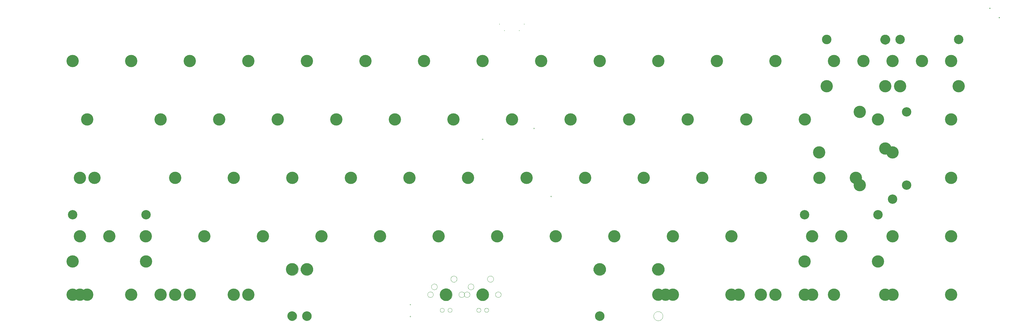
<source format=gbr>
%FSTAX23Y23*%
%MOIN*%
%SFA1B1*%

%IPPOS*%
%ADD143C,0.000500*%
%ADD146C,0.003937*%
%ADD148C,0.062008*%
%ADD149C,0.157480*%
%ADD150C,0.010000*%
%ADD151C,0.120078*%
%ADD152C,0.005905*%
%ADD153C,0.014000*%
%ADD154C,0.007870*%
%ADD155C,0.122047*%
%LNquadcube_65_pcb_mechanical_1-1*%
%LPD*%
G54D143*
X11684Y05911D02*
D01*
X11684Y05917*
X11684Y05922*
X11683Y05928*
X11681Y05933*
X1168Y05938*
X11677Y05943*
X11675Y05948*
X11672Y05953*
X11669Y05958*
X11666Y05962*
X11662Y05966*
X11658Y0597*
X11654Y05974*
X1165Y05977*
X11645Y0598*
X1164Y05982*
X11635Y05984*
X1163Y05986*
X11625Y05988*
X11619Y05989*
X11614Y0599*
X11608Y0599*
X11603*
X11597Y0599*
X11592Y05989*
X11586Y05988*
X11581Y05986*
X11576Y05984*
X11571Y05982*
X11566Y0598*
X11561Y05977*
X11557Y05974*
X11553Y0597*
X11549Y05966*
X11545Y05962*
X11542Y05958*
X11539Y05953*
X11536Y05948*
X11534Y05943*
X11532Y05938*
X1153Y05933*
X11528Y05928*
X11528Y05922*
X11527Y05917*
X11527Y05911*
X11527Y05906*
X11528Y059*
X11528Y05895*
X1153Y0589*
X11532Y05885*
X11534Y05879*
X11536Y05874*
X11539Y0587*
X11542Y05865*
X11545Y05861*
X11549Y05857*
X11553Y05853*
X11557Y05849*
X11561Y05846*
X11566Y05843*
X11571Y05841*
X11576Y05838*
X11581Y05837*
X11586Y05835*
X11592Y05834*
X11597Y05833*
X11603Y05833*
X11608*
X11614Y05833*
X11619Y05834*
X11625Y05835*
X1163Y05837*
X11635Y05838*
X1164Y05841*
X11645Y05843*
X1165Y05846*
X11654Y05849*
X11658Y05853*
X11662Y05857*
X11666Y05861*
X11669Y05865*
X11672Y0587*
X11675Y05874*
X11677Y05879*
X1168Y05885*
X11681Y0589*
X11683Y05895*
X11684Y059*
X11684Y05906*
X11684Y05911*
X11665Y05311D02*
D01*
X11664Y05316*
X11664Y0532*
X11663Y05324*
X11662Y05328*
X11661Y05332*
X11659Y05335*
X11658Y05339*
X11656Y05343*
X11653Y05346*
X11651Y05349*
X11648Y05352*
X11645Y05355*
X11642Y05358*
X11639Y0536*
X11635Y05363*
X11631Y05365*
X11628Y05366*
X11624Y05368*
X1162Y05369*
X11616Y0537*
X11612Y0537*
X11608Y0537*
X11603*
X11599Y0537*
X11595Y0537*
X11591Y05369*
X11587Y05368*
X11583Y05366*
X1158Y05365*
X11576Y05363*
X11573Y0536*
X11569Y05358*
X11566Y05355*
X11563Y05352*
X1156Y05349*
X11558Y05346*
X11555Y05343*
X11553Y05339*
X11552Y05335*
X1155Y05332*
X11549Y05328*
X11548Y05324*
X11547Y0532*
X11547Y05316*
X11546Y05311*
X11547Y05307*
X11547Y05303*
X11548Y05299*
X11549Y05295*
X1155Y05291*
X11552Y05287*
X11553Y05284*
X11555Y0528*
X11558Y05277*
X1156Y05273*
X11563Y0527*
X11566Y05268*
X11569Y05265*
X11573Y05262*
X11576Y0526*
X1158Y05258*
X11583Y05257*
X11587Y05255*
X11591Y05254*
X11595Y05253*
X11599Y05253*
X11603Y05252*
X11608*
X11612Y05253*
X11616Y05253*
X1162Y05254*
X11624Y05255*
X11628Y05257*
X11631Y05258*
X11635Y0526*
X11639Y05262*
X11642Y05265*
X11645Y05268*
X11648Y0527*
X11651Y05273*
X11653Y05277*
X11656Y0528*
X11658Y05284*
X11659Y05287*
X11661Y05291*
X11662Y05295*
X11663Y05299*
X11664Y05303*
X11664Y05307*
X11665Y05311*
X12434Y05911D02*
D01*
X12434Y05917*
X12434Y05922*
X12433Y05928*
X12431Y05933*
X1243Y05938*
X12427Y05943*
X12425Y05948*
X12422Y05953*
X12419Y05958*
X12416Y05962*
X12412Y05966*
X12408Y0597*
X12404Y05974*
X124Y05977*
X12395Y0598*
X1239Y05982*
X12385Y05984*
X1238Y05986*
X12375Y05988*
X12369Y05989*
X12364Y0599*
X12358Y0599*
X12353*
X12347Y0599*
X12342Y05989*
X12336Y05988*
X12331Y05986*
X12326Y05984*
X12321Y05982*
X12316Y0598*
X12311Y05977*
X12307Y05974*
X12303Y0597*
X12299Y05966*
X12295Y05962*
X12292Y05958*
X12289Y05953*
X12286Y05948*
X12284Y05943*
X12282Y05938*
X1228Y05933*
X12278Y05928*
X12278Y05922*
X12277Y05917*
X12277Y05911*
X12277Y05906*
X12278Y059*
X12278Y05895*
X1228Y0589*
X12282Y05885*
X12284Y05879*
X12286Y05874*
X12289Y0587*
X12292Y05865*
X12295Y05861*
X12299Y05857*
X12303Y05853*
X12307Y05849*
X12311Y05846*
X12316Y05843*
X12321Y05841*
X12326Y05838*
X12331Y05837*
X12336Y05835*
X12342Y05834*
X12347Y05833*
X12353Y05833*
X12358*
X12364Y05833*
X12369Y05834*
X12375Y05835*
X1238Y05837*
X12385Y05838*
X1239Y05841*
X12395Y05843*
X124Y05846*
X12404Y05849*
X12408Y05853*
X12412Y05857*
X12416Y05861*
X12419Y05865*
X12422Y0587*
X12425Y05874*
X12427Y05879*
X1243Y05885*
X12431Y0589*
X12433Y05895*
X12434Y059*
X12434Y05906*
X12434Y05911*
X12415Y05311D02*
D01*
X12414Y05316*
X12414Y0532*
X12413Y05324*
X12412Y05328*
X12411Y05332*
X12409Y05335*
X12408Y05339*
X12406Y05343*
X12403Y05346*
X12401Y05349*
X12398Y05352*
X12395Y05355*
X12392Y05358*
X12389Y0536*
X12385Y05363*
X12381Y05365*
X12378Y05366*
X12374Y05368*
X1237Y05369*
X12366Y0537*
X12362Y0537*
X12358Y0537*
X12353*
X12349Y0537*
X12345Y0537*
X12341Y05369*
X12337Y05368*
X12333Y05366*
X1233Y05365*
X12326Y05363*
X12323Y0536*
X12319Y05358*
X12316Y05355*
X12313Y05352*
X1231Y05349*
X12308Y05346*
X12305Y05343*
X12303Y05339*
X12302Y05335*
X123Y05332*
X12299Y05328*
X12298Y05324*
X12297Y0532*
X12297Y05316*
X12296Y05311*
X12297Y05307*
X12297Y05303*
X12298Y05299*
X12299Y05295*
X123Y05291*
X12302Y05287*
X12303Y05284*
X12305Y0528*
X12308Y05277*
X1231Y05273*
X12313Y0527*
X12316Y05268*
X12319Y05265*
X12323Y05262*
X12326Y0526*
X1233Y05258*
X12333Y05257*
X12337Y05255*
X12341Y05254*
X12345Y05253*
X12349Y05253*
X12353Y05252*
X12358*
X12362Y05253*
X12366Y05253*
X1237Y05254*
X12374Y05255*
X12378Y05257*
X12381Y05258*
X12385Y0526*
X12389Y05262*
X12392Y05265*
X12395Y05268*
X12398Y0527*
X12401Y05273*
X12403Y05277*
X12406Y0528*
X12408Y05284*
X12409Y05287*
X12411Y05291*
X12412Y05295*
X12413Y05299*
X12414Y05303*
X12414Y05307*
X12415Y05311*
X10186Y05586D02*
D01*
X10185Y05592*
X10185Y05597*
X10184Y05603*
X10182Y05608*
X10181Y05613*
X10179Y05618*
X10176Y05623*
X10174Y05628*
X1017Y05633*
X10167Y05637*
X10163Y05641*
X10159Y05645*
X10155Y05649*
X10151Y05652*
X10146Y05655*
X10141Y05657*
X10136Y05659*
X10131Y05661*
X10126Y05663*
X1012Y05664*
X10115Y05665*
X1011Y05665*
X10104*
X10099Y05665*
X10093Y05664*
X10088Y05663*
X10082Y05661*
X10077Y05659*
X10072Y05657*
X10067Y05655*
X10063Y05652*
X10058Y05649*
X10054Y05645*
X1005Y05641*
X10046Y05637*
X10043Y05633*
X1004Y05628*
X10037Y05623*
X10035Y05618*
X10033Y05613*
X10031Y05608*
X1003Y05603*
X10029Y05597*
X10028Y05592*
X10028Y05586*
X10028Y05581*
X10029Y05575*
X1003Y0557*
X10031Y05565*
X10033Y0556*
X10035Y05554*
X10037Y05549*
X1004Y05545*
X10043Y0554*
X10046Y05536*
X1005Y05532*
X10054Y05528*
X10058Y05524*
X10063Y05521*
X10067Y05518*
X10072Y05516*
X10077Y05513*
X10082Y05512*
X10088Y0551*
X10093Y05509*
X10099Y05508*
X10104Y05508*
X1011*
X10115Y05508*
X1012Y05509*
X10126Y0551*
X10131Y05512*
X10136Y05513*
X10141Y05516*
X10146Y05518*
X10151Y05521*
X10155Y05524*
X10159Y05528*
X10163Y05532*
X10167Y05536*
X1017Y0554*
X10174Y05545*
X10176Y05549*
X10179Y05554*
X10181Y0556*
X10182Y05565*
X10184Y0557*
X10185Y05575*
X10185Y05581*
X10186Y05586*
X09717D02*
D01*
X09717Y05592*
X09716Y05597*
X09715Y05603*
X09714Y05608*
X09712Y05613*
X0971Y05618*
X09708Y05623*
X09705Y05628*
X09702Y05633*
X09698Y05637*
X09695Y05641*
X09691Y05645*
X09687Y05649*
X09682Y05652*
X09677Y05655*
X09673Y05657*
X09668Y05659*
X09662Y05661*
X09657Y05663*
X09652Y05664*
X09646Y05665*
X09641Y05665*
X09635*
X0963Y05665*
X09624Y05664*
X09619Y05663*
X09614Y05661*
X09609Y05659*
X09604Y05657*
X09599Y05655*
X09594Y05652*
X0959Y05649*
X09585Y05645*
X09581Y05641*
X09578Y05637*
X09574Y05633*
X09571Y05628*
X09568Y05623*
X09566Y05618*
X09564Y05613*
X09562Y05608*
X09561Y05603*
X0956Y05597*
X09559Y05592*
X09559Y05586*
X09559Y05581*
X0956Y05575*
X09561Y0557*
X09562Y05565*
X09564Y0556*
X09566Y05554*
X09568Y05549*
X09571Y05545*
X09574Y0554*
X09578Y05536*
X09581Y05532*
X09585Y05528*
X0959Y05524*
X09594Y05521*
X09599Y05518*
X09604Y05516*
X09609Y05513*
X09614Y05512*
X09619Y0551*
X09624Y05509*
X0963Y05508*
X09635Y05508*
X09641*
X09646Y05508*
X09652Y05509*
X09657Y0551*
X09662Y05512*
X09668Y05513*
X09673Y05516*
X09677Y05518*
X09682Y05521*
X09687Y05524*
X09691Y05528*
X09695Y05532*
X09698Y05536*
X09702Y0554*
X09705Y05545*
X09708Y05549*
X0971Y05554*
X09712Y0556*
X09714Y05565*
X09715Y0557*
X09716Y05575*
X09717Y05581*
X09717Y05586*
X07727Y05311D02*
D01*
X07727Y05316*
X07727Y0532*
X07726Y05324*
X07725Y05328*
X07724Y05332*
X07722Y05335*
X0772Y05339*
X07718Y05343*
X07716Y05346*
X07713Y05349*
X07711Y05352*
X07708Y05355*
X07704Y05358*
X07701Y0536*
X07698Y05363*
X07694Y05365*
X0769Y05366*
X07686Y05368*
X07682Y05369*
X07678Y0537*
X07674Y0537*
X0767Y0537*
X07666*
X07662Y0537*
X07658Y0537*
X07654Y05369*
X0765Y05368*
X07646Y05366*
X07642Y05365*
X07638Y05363*
X07635Y0536*
X07632Y05358*
X07629Y05355*
X07626Y05352*
X07623Y05349*
X0762Y05346*
X07618Y05343*
X07616Y05339*
X07614Y05335*
X07613Y05332*
X07611Y05328*
X0761Y05324*
X0761Y0532*
X07609Y05316*
X07609Y05311*
X07609Y05307*
X0761Y05303*
X0761Y05299*
X07611Y05295*
X07613Y05291*
X07614Y05287*
X07616Y05284*
X07618Y0528*
X0762Y05277*
X07623Y05273*
X07626Y0527*
X07629Y05268*
X07632Y05265*
X07635Y05262*
X07638Y0526*
X07642Y05258*
X07646Y05257*
X0765Y05255*
X07654Y05254*
X07658Y05253*
X07662Y05253*
X07666Y05252*
X0767*
X07674Y05253*
X07678Y05253*
X07682Y05254*
X07686Y05255*
X0769Y05257*
X07694Y05258*
X07698Y0526*
X07701Y05262*
X07704Y05265*
X07708Y05268*
X07711Y0527*
X07713Y05273*
X07716Y05277*
X07718Y0528*
X0772Y05284*
X07722Y05287*
X07724Y05291*
X07725Y05295*
X07726Y05299*
X07727Y05303*
X07727Y05307*
X07727Y05311*
X07934Y05911D02*
D01*
X07934Y05917*
X07934Y05922*
X07933Y05928*
X07931Y05933*
X0793Y05938*
X07927Y05943*
X07925Y05948*
X07922Y05953*
X07919Y05958*
X07916Y05962*
X07912Y05966*
X07908Y0597*
X07904Y05974*
X079Y05977*
X07895Y0598*
X0789Y05982*
X07885Y05984*
X0788Y05986*
X07875Y05988*
X07869Y05989*
X07864Y0599*
X07858Y0599*
X07853*
X07847Y0599*
X07842Y05989*
X07836Y05988*
X07831Y05986*
X07826Y05984*
X07821Y05982*
X07816Y0598*
X07811Y05977*
X07807Y05974*
X07803Y0597*
X07799Y05966*
X07795Y05962*
X07792Y05958*
X07789Y05953*
X07786Y05948*
X07784Y05943*
X07782Y05938*
X0778Y05933*
X07778Y05928*
X07778Y05922*
X07777Y05917*
X07777Y05911*
X07777Y05906*
X07778Y059*
X07778Y05895*
X0778Y0589*
X07782Y05885*
X07784Y05879*
X07786Y05874*
X07789Y0587*
X07792Y05865*
X07795Y05861*
X07799Y05857*
X07803Y05853*
X07807Y05849*
X07811Y05846*
X07816Y05843*
X07821Y05841*
X07826Y05838*
X07831Y05837*
X07836Y05835*
X07842Y05834*
X07847Y05833*
X07853Y05833*
X07858*
X07864Y05833*
X07869Y05834*
X07875Y05835*
X0788Y05837*
X07885Y05838*
X0789Y05841*
X07895Y05843*
X079Y05846*
X07904Y05849*
X07908Y05853*
X07912Y05857*
X07916Y05861*
X07919Y05865*
X07922Y0587*
X07925Y05874*
X07927Y05879*
X0793Y05885*
X07931Y0589*
X07933Y05895*
X07934Y059*
X07934Y05906*
X07934Y05911*
X07747D02*
D01*
X07747Y05917*
X07746Y05922*
X07745Y05928*
X07744Y05933*
X07742Y05938*
X0774Y05943*
X07738Y05948*
X07735Y05953*
X07732Y05958*
X07728Y05962*
X07725Y05966*
X07721Y0597*
X07717Y05974*
X07712Y05977*
X07707Y0598*
X07703Y05982*
X07698Y05984*
X07692Y05986*
X07687Y05988*
X07682Y05989*
X07676Y0599*
X07671Y0599*
X07665*
X0766Y0599*
X07654Y05989*
X07649Y05988*
X07644Y05986*
X07639Y05984*
X07634Y05982*
X07629Y0598*
X07624Y05977*
X0762Y05974*
X07615Y0597*
X07611Y05966*
X07608Y05962*
X07604Y05958*
X07601Y05953*
X07598Y05948*
X07596Y05943*
X07594Y05938*
X07592Y05933*
X07591Y05928*
X0759Y05922*
X07589Y05917*
X07589Y05911*
X07589Y05906*
X0759Y059*
X07591Y05895*
X07592Y0589*
X07594Y05885*
X07596Y05879*
X07598Y05874*
X07601Y0587*
X07604Y05865*
X07608Y05861*
X07611Y05857*
X07615Y05853*
X0762Y05849*
X07624Y05846*
X07629Y05843*
X07634Y05841*
X07639Y05838*
X07644Y05837*
X07649Y05835*
X07654Y05834*
X0766Y05833*
X07665Y05833*
X07671*
X07676Y05833*
X07682Y05834*
X07687Y05835*
X07692Y05837*
X07698Y05838*
X07703Y05841*
X07707Y05843*
X07712Y05846*
X07717Y05849*
X07721Y05853*
X07725Y05857*
X07728Y05861*
X07732Y05865*
X07735Y0587*
X07738Y05874*
X0774Y05879*
X07742Y05885*
X07744Y0589*
X07745Y05895*
X07746Y059*
X07747Y05906*
X07747Y05911*
X07915Y05311D02*
D01*
X07914Y05316*
X07914Y0532*
X07913Y05324*
X07912Y05328*
X07911Y05332*
X07909Y05335*
X07908Y05339*
X07906Y05343*
X07903Y05346*
X07901Y05349*
X07898Y05352*
X07895Y05355*
X07892Y05358*
X07889Y0536*
X07885Y05363*
X07881Y05365*
X07878Y05366*
X07874Y05368*
X0787Y05369*
X07866Y0537*
X07862Y0537*
X07858Y0537*
X07853*
X07849Y0537*
X07845Y0537*
X07841Y05369*
X07837Y05368*
X07833Y05366*
X0783Y05365*
X07826Y05363*
X07823Y0536*
X07819Y05358*
X07816Y05355*
X07813Y05352*
X0781Y05349*
X07808Y05346*
X07805Y05343*
X07803Y05339*
X07802Y05335*
X078Y05332*
X07799Y05328*
X07798Y05324*
X07797Y0532*
X07797Y05316*
X07796Y05311*
X07797Y05307*
X07797Y05303*
X07798Y05299*
X07799Y05295*
X078Y05291*
X07802Y05287*
X07803Y05284*
X07805Y0528*
X07808Y05277*
X0781Y05273*
X07813Y0527*
X07816Y05268*
X07819Y05265*
X07823Y05262*
X07826Y0526*
X0783Y05258*
X07833Y05257*
X07837Y05255*
X07841Y05254*
X07845Y05253*
X07849Y05253*
X07853Y05252*
X07858*
X07862Y05253*
X07866Y05253*
X0787Y05254*
X07874Y05255*
X07878Y05257*
X07881Y05258*
X07885Y0526*
X07889Y05262*
X07892Y05265*
X07895Y05268*
X07898Y0527*
X07901Y05273*
X07903Y05277*
X07906Y0528*
X07908Y05284*
X07909Y05287*
X07911Y05291*
X07912Y05295*
X07913Y05299*
X07914Y05303*
X07914Y05307*
X07915Y05311*
X09717Y05586D02*
D01*
X09717Y05592*
X09716Y05597*
X09715Y05603*
X09714Y05608*
X09712Y05613*
X0971Y05618*
X09708Y05623*
X09705Y05628*
X09702Y05633*
X09698Y05637*
X09695Y05641*
X09691Y05645*
X09687Y05649*
X09682Y05652*
X09677Y05655*
X09673Y05657*
X09668Y05659*
X09662Y05661*
X09657Y05663*
X09652Y05664*
X09646Y05665*
X09641Y05665*
X09635*
X0963Y05665*
X09624Y05664*
X09619Y05663*
X09614Y05661*
X09609Y05659*
X09604Y05657*
X09599Y05655*
X09594Y05652*
X0959Y05649*
X09585Y05645*
X09581Y05641*
X09578Y05637*
X09574Y05633*
X09571Y05628*
X09568Y05623*
X09566Y05618*
X09564Y05613*
X09562Y05608*
X09561Y05603*
X0956Y05597*
X09559Y05592*
X09559Y05586*
X09559Y05581*
X0956Y05575*
X09561Y0557*
X09562Y05565*
X09564Y0556*
X09566Y05554*
X09568Y05549*
X09571Y05545*
X09574Y0554*
X09578Y05536*
X09581Y05532*
X09585Y05528*
X0959Y05524*
X09594Y05521*
X09599Y05518*
X09604Y05516*
X09609Y05513*
X09614Y05512*
X09619Y0551*
X09624Y05509*
X0963Y05508*
X09635Y05508*
X09641*
X09646Y05508*
X09652Y05509*
X09657Y0551*
X09662Y05512*
X09668Y05513*
X09673Y05516*
X09677Y05518*
X09682Y05521*
X09687Y05524*
X09691Y05528*
X09695Y05532*
X09698Y05536*
X09702Y0554*
X09705Y05545*
X09708Y05549*
X0971Y05554*
X09712Y0556*
X09714Y05565*
X09715Y0557*
X09716Y05575*
X09717Y05581*
X09717Y05586*
X10247Y05787D02*
D01*
X10247Y0579*
X10246Y05793*
X10246Y05795*
X10245Y05798*
X10244Y05801*
X10243Y05803*
X10242Y05806*
X10241Y05808*
X10239Y0581*
X10237Y05813*
X10236Y05815*
X10234Y05817*
X10231Y05818*
X10229Y0582*
X10227Y05821*
X10224Y05823*
X10222Y05824*
X10219Y05825*
X10217Y05826*
X10214Y05826*
X10211Y05827*
X10208Y05827*
X10206*
X10203Y05827*
X102Y05826*
X10197Y05826*
X10195Y05825*
X10192Y05824*
X1019Y05823*
X10187Y05821*
X10185Y0582*
X10183Y05818*
X1018Y05817*
X10178Y05815*
X10177Y05813*
X10175Y0581*
X10173Y05808*
X10172Y05806*
X10171Y05803*
X1017Y05801*
X10169Y05798*
X10168Y05795*
X10168Y05793*
X10167Y0579*
X10167Y05787*
X10167Y05784*
X10168Y05781*
X10168Y05779*
X10169Y05776*
X1017Y05773*
X10171Y05771*
X10172Y05768*
X10173Y05766*
X10175Y05764*
X10177Y05761*
X10178Y05759*
X1018Y05757*
X10183Y05756*
X10185Y05754*
X10187Y05753*
X1019Y05751*
X10192Y0575*
X10195Y05749*
X10197Y05748*
X102Y05748*
X10203Y05747*
X10206Y05747*
X10208*
X10211Y05747*
X10214Y05748*
X10217Y05748*
X10219Y05749*
X10222Y0575*
X10224Y05751*
X10227Y05753*
X10229Y05754*
X10231Y05756*
X10234Y05757*
X10236Y05759*
X10237Y05761*
X10239Y05764*
X10241Y05766*
X10242Y05768*
X10243Y05771*
X10244Y05773*
X10245Y05776*
X10246Y05779*
X10246Y05781*
X10247Y05784*
X10247Y05787*
X09943Y05587D02*
D01*
X09943Y05589*
X09943Y05592*
X09942Y05594*
X09941Y05597*
X09941Y05599*
X0994Y05602*
X09939Y05604*
X09937Y05606*
X09936Y05608*
X09934Y0561*
X09933Y05612*
X09931Y05614*
X09929Y05615*
X09927Y05617*
X09925Y05618*
X09923Y05619*
X0992Y0562*
X09918Y05621*
X09916Y05622*
X09913Y05622*
X09911Y05623*
X09908Y05623*
X09906*
X09903Y05623*
X09901Y05622*
X09898Y05622*
X09896Y05621*
X09894Y0562*
X09891Y05619*
X09889Y05618*
X09887Y05617*
X09885Y05615*
X09883Y05614*
X09881Y05612*
X0988Y0561*
X09878Y05608*
X09877Y05606*
X09875Y05604*
X09874Y05602*
X09873Y05599*
X09873Y05597*
X09872Y05594*
X09871Y05592*
X09871Y05589*
X09871Y05587*
X09871Y05584*
X09871Y05582*
X09872Y0558*
X09873Y05577*
X09873Y05575*
X09874Y05572*
X09875Y0557*
X09877Y05568*
X09878Y05566*
X0988Y05564*
X09881Y05562*
X09883Y0556*
X09885Y05559*
X09887Y05557*
X09889Y05556*
X09891Y05555*
X09894Y05554*
X09896Y05553*
X09898Y05552*
X09901Y05552*
X09903Y05551*
X09906Y05551*
X09908*
X09911Y05551*
X09913Y05552*
X09916Y05552*
X09918Y05553*
X0992Y05554*
X09923Y05555*
X09925Y05556*
X09927Y05557*
X09929Y05559*
X09931Y0556*
X09933Y05562*
X09934Y05564*
X09936Y05566*
X09937Y05568*
X09939Y0557*
X0994Y05572*
X09941Y05575*
X09941Y05577*
X09942Y0558*
X09943Y05582*
X09943Y05584*
X09943Y05587*
X10343D02*
D01*
X10343Y05589*
X10343Y05592*
X10342Y05594*
X10341Y05597*
X10341Y05599*
X1034Y05602*
X10339Y05604*
X10337Y05606*
X10336Y05608*
X10334Y0561*
X10333Y05612*
X10331Y05614*
X10329Y05615*
X10327Y05617*
X10325Y05618*
X10323Y05619*
X1032Y0562*
X10318Y05621*
X10316Y05622*
X10313Y05622*
X10311Y05623*
X10308Y05623*
X10306*
X10303Y05623*
X10301Y05622*
X10298Y05622*
X10296Y05621*
X10294Y0562*
X10291Y05619*
X10289Y05618*
X10287Y05617*
X10285Y05615*
X10283Y05614*
X10281Y05612*
X1028Y0561*
X10278Y05608*
X10277Y05606*
X10275Y05604*
X10274Y05602*
X10273Y05599*
X10273Y05597*
X10272Y05594*
X10271Y05592*
X10271Y05589*
X10271Y05587*
X10271Y05584*
X10271Y05582*
X10272Y0558*
X10273Y05577*
X10273Y05575*
X10274Y05572*
X10275Y0557*
X10277Y05568*
X10278Y05566*
X1028Y05564*
X10281Y05562*
X10283Y0556*
X10285Y05559*
X10287Y05557*
X10289Y05556*
X10291Y05555*
X10294Y05554*
X10296Y05553*
X10298Y05552*
X10301Y05552*
X10303Y05551*
X10306Y05551*
X10308*
X10311Y05551*
X10313Y05552*
X10316Y05552*
X10318Y05553*
X1032Y05554*
X10323Y05555*
X10325Y05556*
X10327Y05557*
X10329Y05559*
X10331Y0556*
X10333Y05562*
X10334Y05564*
X10336Y05566*
X10337Y05568*
X10339Y0557*
X1034Y05572*
X10341Y05575*
X10341Y05577*
X10342Y0558*
X10343Y05582*
X10343Y05584*
X10343Y05587*
X10084Y05387D02*
D01*
X10083Y05389*
X10083Y05391*
X10083Y05393*
X10082Y05394*
X10082Y05396*
X10081Y05398*
X1008Y05399*
X10079Y05401*
X10078Y05403*
X10077Y05404*
X10076Y05405*
X10075Y05407*
X10073Y05408*
X10072Y05409*
X1007Y0541*
X10069Y05411*
X10067Y05412*
X10065Y05412*
X10063Y05413*
X10062Y05413*
X1006Y05413*
X10058Y05413*
X10056*
X10054Y05413*
X10052Y05413*
X10051Y05413*
X10049Y05412*
X10047Y05412*
X10045Y05411*
X10044Y0541*
X10042Y05409*
X10041Y05408*
X10039Y05407*
X10038Y05405*
X10037Y05404*
X10036Y05403*
X10035Y05401*
X10034Y05399*
X10033Y05398*
X10032Y05396*
X10032Y05394*
X10031Y05393*
X10031Y05391*
X10031Y05389*
X10031Y05387*
X10031Y05385*
X10031Y05383*
X10031Y05381*
X10032Y0538*
X10032Y05378*
X10033Y05376*
X10034Y05375*
X10035Y05373*
X10036Y05371*
X10037Y0537*
X10038Y05369*
X10039Y05367*
X10041Y05366*
X10042Y05365*
X10044Y05364*
X10045Y05363*
X10047Y05362*
X10049Y05362*
X10051Y05361*
X10052Y05361*
X10054Y05361*
X10056Y05361*
X10058*
X1006Y05361*
X10062Y05361*
X10063Y05361*
X10065Y05362*
X10067Y05362*
X10069Y05363*
X1007Y05364*
X10072Y05365*
X10073Y05366*
X10075Y05367*
X10076Y05369*
X10077Y0537*
X10078Y05371*
X10079Y05373*
X1008Y05375*
X10081Y05376*
X10082Y05378*
X10082Y0538*
X10083Y05381*
X10083Y05383*
X10083Y05385*
X10084Y05387*
X10184D02*
D01*
X10183Y05389*
X10183Y05391*
X10183Y05393*
X10182Y05394*
X10182Y05396*
X10181Y05398*
X1018Y05399*
X10179Y05401*
X10178Y05403*
X10177Y05404*
X10176Y05405*
X10175Y05407*
X10173Y05408*
X10172Y05409*
X1017Y0541*
X10169Y05411*
X10167Y05412*
X10165Y05412*
X10163Y05413*
X10162Y05413*
X1016Y05413*
X10158Y05413*
X10156*
X10154Y05413*
X10152Y05413*
X10151Y05413*
X10149Y05412*
X10147Y05412*
X10145Y05411*
X10144Y0541*
X10142Y05409*
X10141Y05408*
X10139Y05407*
X10138Y05405*
X10137Y05404*
X10136Y05403*
X10135Y05401*
X10134Y05399*
X10133Y05398*
X10132Y05396*
X10132Y05394*
X10131Y05393*
X10131Y05391*
X10131Y05389*
X10131Y05387*
X10131Y05385*
X10131Y05383*
X10131Y05381*
X10132Y0538*
X10132Y05378*
X10133Y05376*
X10134Y05375*
X10135Y05373*
X10136Y05371*
X10137Y0537*
X10138Y05369*
X10139Y05367*
X10141Y05366*
X10142Y05365*
X10144Y05364*
X10145Y05363*
X10147Y05362*
X10149Y05362*
X10151Y05361*
X10152Y05361*
X10154Y05361*
X10156Y05361*
X10158*
X1016Y05361*
X10162Y05361*
X10163Y05361*
X10165Y05362*
X10167Y05362*
X10169Y05363*
X1017Y05364*
X10172Y05365*
X10173Y05366*
X10175Y05367*
X10176Y05369*
X10177Y0537*
X10178Y05371*
X10179Y05373*
X1018Y05375*
X10181Y05376*
X10182Y05378*
X10182Y0538*
X10183Y05381*
X10183Y05383*
X10183Y05385*
X10184Y05387*
X09994Y05687D02*
D01*
X09994Y0569*
X09994Y05692*
X09994Y05695*
X09993Y05697*
X09992Y057*
X09991Y05702*
X0999Y05705*
X09989Y05707*
X09987Y05709*
X09986Y05711*
X09984Y05713*
X09982Y05715*
X0998Y05716*
X09978Y05718*
X09976Y05719*
X09973Y05721*
X09971Y05722*
X09969Y05723*
X09966Y05723*
X09964Y05724*
X09961Y05724*
X09958Y05724*
X09956*
X09953Y05724*
X09951Y05724*
X09948Y05723*
X09945Y05723*
X09943Y05722*
X09941Y05721*
X09938Y05719*
X09936Y05718*
X09934Y05716*
X09932Y05715*
X0993Y05713*
X09928Y05711*
X09927Y05709*
X09925Y05707*
X09924Y05705*
X09923Y05702*
X09922Y057*
X09921Y05697*
X0992Y05695*
X0992Y05692*
X0992Y0569*
X0992Y05687*
X0992Y05684*
X0992Y05682*
X0992Y05679*
X09921Y05677*
X09922Y05674*
X09923Y05672*
X09924Y05669*
X09925Y05667*
X09927Y05665*
X09928Y05663*
X0993Y05661*
X09932Y05659*
X09934Y05658*
X09936Y05656*
X09938Y05655*
X09941Y05653*
X09943Y05652*
X09945Y05651*
X09948Y05651*
X09951Y0565*
X09953Y0565*
X09956Y0565*
X09958*
X09961Y0565*
X09964Y0565*
X09966Y05651*
X09969Y05651*
X09971Y05652*
X09973Y05653*
X09976Y05655*
X09978Y05656*
X0998Y05658*
X09982Y05659*
X09984Y05661*
X09986Y05663*
X09987Y05665*
X09989Y05667*
X0999Y05669*
X09991Y05672*
X09992Y05674*
X09993Y05677*
X09994Y05679*
X09994Y05682*
X09994Y05684*
X09994Y05687*
X09615Y05387D02*
D01*
X09615Y05389*
X09615Y05391*
X09614Y05393*
X09614Y05394*
X09613Y05396*
X09612Y05398*
X09612Y05399*
X09611Y05401*
X0961Y05403*
X09609Y05404*
X09607Y05405*
X09606Y05407*
X09605Y05408*
X09603Y05409*
X09602Y0541*
X096Y05411*
X09598Y05412*
X09596Y05412*
X09595Y05413*
X09593Y05413*
X09591Y05413*
X09589Y05413*
X09587*
X09585Y05413*
X09584Y05413*
X09582Y05413*
X0958Y05412*
X09578Y05412*
X09577Y05411*
X09575Y0541*
X09573Y05409*
X09572Y05408*
X09571Y05407*
X09569Y05405*
X09568Y05404*
X09567Y05403*
X09566Y05401*
X09565Y05399*
X09564Y05398*
X09563Y05396*
X09563Y05394*
X09562Y05393*
X09562Y05391*
X09562Y05389*
X09562Y05387*
X09562Y05385*
X09562Y05383*
X09562Y05381*
X09563Y0538*
X09563Y05378*
X09564Y05376*
X09565Y05375*
X09566Y05373*
X09567Y05371*
X09568Y0537*
X09569Y05369*
X09571Y05367*
X09572Y05366*
X09573Y05365*
X09575Y05364*
X09577Y05363*
X09578Y05362*
X0958Y05362*
X09582Y05361*
X09584Y05361*
X09585Y05361*
X09587Y05361*
X09589*
X09591Y05361*
X09593Y05361*
X09595Y05361*
X09596Y05362*
X09598Y05362*
X096Y05363*
X09602Y05364*
X09603Y05365*
X09605Y05366*
X09606Y05367*
X09607Y05369*
X09609Y0537*
X0961Y05371*
X09611Y05373*
X09612Y05375*
X09612Y05376*
X09613Y05378*
X09614Y0538*
X09614Y05381*
X09615Y05383*
X09615Y05385*
X09615Y05387*
X09715D02*
D01*
X09715Y05389*
X09715Y05391*
X09714Y05393*
X09714Y05394*
X09713Y05396*
X09712Y05398*
X09712Y05399*
X09711Y05401*
X0971Y05403*
X09709Y05404*
X09707Y05405*
X09706Y05407*
X09705Y05408*
X09703Y05409*
X09702Y0541*
X097Y05411*
X09698Y05412*
X09696Y05412*
X09695Y05413*
X09693Y05413*
X09691Y05413*
X09689Y05413*
X09687*
X09685Y05413*
X09684Y05413*
X09682Y05413*
X0968Y05412*
X09678Y05412*
X09677Y05411*
X09675Y0541*
X09673Y05409*
X09672Y05408*
X09671Y05407*
X09669Y05405*
X09668Y05404*
X09667Y05403*
X09666Y05401*
X09665Y05399*
X09664Y05398*
X09663Y05396*
X09663Y05394*
X09662Y05393*
X09662Y05391*
X09662Y05389*
X09662Y05387*
X09662Y05385*
X09662Y05383*
X09662Y05381*
X09663Y0538*
X09663Y05378*
X09664Y05376*
X09665Y05375*
X09666Y05373*
X09667Y05371*
X09668Y0537*
X09669Y05369*
X09671Y05367*
X09672Y05366*
X09673Y05365*
X09675Y05364*
X09677Y05363*
X09678Y05362*
X0968Y05362*
X09682Y05361*
X09684Y05361*
X09685Y05361*
X09687Y05361*
X09689*
X09691Y05361*
X09693Y05361*
X09695Y05361*
X09696Y05362*
X09698Y05362*
X097Y05363*
X09702Y05364*
X09703Y05365*
X09705Y05366*
X09706Y05367*
X09707Y05369*
X09709Y0537*
X0971Y05371*
X09711Y05373*
X09712Y05375*
X09712Y05376*
X09713Y05378*
X09714Y0538*
X09714Y05381*
X09715Y05383*
X09715Y05385*
X09715Y05387*
X09778Y05787D02*
D01*
X09778Y0579*
X09778Y05793*
X09777Y05795*
X09776Y05798*
X09776Y05801*
X09775Y05803*
X09773Y05806*
X09772Y05808*
X0977Y0581*
X09769Y05813*
X09767Y05815*
X09765Y05817*
X09763Y05818*
X0976Y0582*
X09758Y05821*
X09756Y05823*
X09753Y05824*
X09751Y05825*
X09748Y05826*
X09745Y05826*
X09742Y05827*
X0974Y05827*
X09737*
X09734Y05827*
X09731Y05826*
X09729Y05826*
X09726Y05825*
X09723Y05824*
X09721Y05823*
X09718Y05821*
X09716Y0582*
X09714Y05818*
X09712Y05817*
X0971Y05815*
X09708Y05813*
X09706Y0581*
X09705Y05808*
X09703Y05806*
X09702Y05803*
X09701Y05801*
X097Y05798*
X09699Y05795*
X09699Y05793*
X09699Y0579*
X09699Y05787*
X09699Y05784*
X09699Y05781*
X09699Y05779*
X097Y05776*
X09701Y05773*
X09702Y05771*
X09703Y05768*
X09705Y05766*
X09706Y05764*
X09708Y05761*
X0971Y05759*
X09712Y05757*
X09714Y05756*
X09716Y05754*
X09718Y05753*
X09721Y05751*
X09723Y0575*
X09726Y05749*
X09729Y05748*
X09731Y05748*
X09734Y05747*
X09737Y05747*
X0974*
X09742Y05747*
X09745Y05748*
X09748Y05748*
X09751Y05749*
X09753Y0575*
X09756Y05751*
X09758Y05753*
X0976Y05754*
X09763Y05756*
X09765Y05757*
X09767Y05759*
X09769Y05761*
X0977Y05764*
X09772Y05766*
X09773Y05768*
X09775Y05771*
X09776Y05773*
X09776Y05776*
X09777Y05779*
X09778Y05781*
X09778Y05784*
X09778Y05787*
X09474Y05587D02*
D01*
X09474Y05589*
X09474Y05592*
X09473Y05594*
X09473Y05597*
X09472Y05599*
X09471Y05602*
X0947Y05604*
X09469Y05606*
X09467Y05608*
X09466Y0561*
X09464Y05612*
X09462Y05614*
X0946Y05615*
X09458Y05617*
X09456Y05618*
X09454Y05619*
X09452Y0562*
X09449Y05621*
X09447Y05622*
X09444Y05622*
X09442Y05623*
X0944Y05623*
X09437*
X09435Y05623*
X09432Y05622*
X0943Y05622*
X09427Y05621*
X09425Y0562*
X09423Y05619*
X0942Y05618*
X09418Y05617*
X09416Y05615*
X09414Y05614*
X09412Y05612*
X09411Y0561*
X09409Y05608*
X09408Y05606*
X09407Y05604*
X09405Y05602*
X09405Y05599*
X09404Y05597*
X09403Y05594*
X09403Y05592*
X09402Y05589*
X09402Y05587*
X09402Y05584*
X09403Y05582*
X09403Y0558*
X09404Y05577*
X09405Y05575*
X09405Y05572*
X09407Y0557*
X09408Y05568*
X09409Y05566*
X09411Y05564*
X09412Y05562*
X09414Y0556*
X09416Y05559*
X09418Y05557*
X0942Y05556*
X09423Y05555*
X09425Y05554*
X09427Y05553*
X0943Y05552*
X09432Y05552*
X09435Y05551*
X09437Y05551*
X0944*
X09442Y05551*
X09444Y05552*
X09447Y05552*
X09449Y05553*
X09452Y05554*
X09454Y05555*
X09456Y05556*
X09458Y05557*
X0946Y05559*
X09462Y0556*
X09464Y05562*
X09466Y05564*
X09467Y05566*
X09469Y05568*
X0947Y0557*
X09471Y05572*
X09472Y05575*
X09473Y05577*
X09473Y0558*
X09474Y05582*
X09474Y05584*
X09474Y05587*
X09874D02*
D01*
X09874Y05589*
X09874Y05592*
X09873Y05594*
X09873Y05597*
X09872Y05599*
X09871Y05602*
X0987Y05604*
X09869Y05606*
X09867Y05608*
X09866Y0561*
X09864Y05612*
X09862Y05614*
X0986Y05615*
X09858Y05617*
X09856Y05618*
X09854Y05619*
X09852Y0562*
X09849Y05621*
X09847Y05622*
X09844Y05622*
X09842Y05623*
X0984Y05623*
X09837*
X09835Y05623*
X09832Y05622*
X0983Y05622*
X09827Y05621*
X09825Y0562*
X09823Y05619*
X0982Y05618*
X09818Y05617*
X09816Y05615*
X09814Y05614*
X09812Y05612*
X09811Y0561*
X09809Y05608*
X09808Y05606*
X09807Y05604*
X09805Y05602*
X09805Y05599*
X09804Y05597*
X09803Y05594*
X09803Y05592*
X09802Y05589*
X09802Y05587*
X09802Y05584*
X09803Y05582*
X09803Y0558*
X09804Y05577*
X09805Y05575*
X09805Y05572*
X09807Y0557*
X09808Y05568*
X09809Y05566*
X09811Y05564*
X09812Y05562*
X09814Y0556*
X09816Y05559*
X09818Y05557*
X0982Y05556*
X09823Y05555*
X09825Y05554*
X09827Y05553*
X0983Y05552*
X09832Y05552*
X09835Y05551*
X09837Y05551*
X0984*
X09842Y05551*
X09844Y05552*
X09847Y05552*
X09849Y05553*
X09852Y05554*
X09854Y05555*
X09856Y05556*
X09858Y05557*
X0986Y05559*
X09862Y0556*
X09864Y05562*
X09866Y05564*
X09867Y05566*
X09869Y05568*
X0987Y0557*
X09871Y05572*
X09872Y05575*
X09873Y05577*
X09873Y0558*
X09874Y05582*
X09874Y05584*
X09874Y05587*
X09615Y05387D02*
D01*
X09615Y05389*
X09615Y05391*
X09614Y05393*
X09614Y05394*
X09613Y05396*
X09612Y05398*
X09612Y05399*
X09611Y05401*
X0961Y05403*
X09609Y05404*
X09607Y05405*
X09606Y05407*
X09605Y05408*
X09603Y05409*
X09602Y0541*
X096Y05411*
X09598Y05412*
X09596Y05412*
X09595Y05413*
X09593Y05413*
X09591Y05413*
X09589Y05413*
X09587*
X09585Y05413*
X09584Y05413*
X09582Y05413*
X0958Y05412*
X09578Y05412*
X09577Y05411*
X09575Y0541*
X09573Y05409*
X09572Y05408*
X09571Y05407*
X09569Y05405*
X09568Y05404*
X09567Y05403*
X09566Y05401*
X09565Y05399*
X09564Y05398*
X09563Y05396*
X09563Y05394*
X09562Y05393*
X09562Y05391*
X09562Y05389*
X09562Y05387*
X09562Y05385*
X09562Y05383*
X09562Y05381*
X09563Y0538*
X09563Y05378*
X09564Y05376*
X09565Y05375*
X09566Y05373*
X09567Y05371*
X09568Y0537*
X09569Y05369*
X09571Y05367*
X09572Y05366*
X09573Y05365*
X09575Y05364*
X09577Y05363*
X09578Y05362*
X0958Y05362*
X09582Y05361*
X09584Y05361*
X09585Y05361*
X09587Y05361*
X09589*
X09591Y05361*
X09593Y05361*
X09595Y05361*
X09596Y05362*
X09598Y05362*
X096Y05363*
X09602Y05364*
X09603Y05365*
X09605Y05366*
X09606Y05367*
X09607Y05369*
X09609Y0537*
X0961Y05371*
X09611Y05373*
X09612Y05375*
X09612Y05376*
X09613Y05378*
X09614Y0538*
X09614Y05381*
X09615Y05383*
X09615Y05385*
X09615Y05387*
X09715D02*
D01*
X09715Y05389*
X09715Y05391*
X09714Y05393*
X09714Y05394*
X09713Y05396*
X09712Y05398*
X09712Y05399*
X09711Y05401*
X0971Y05403*
X09709Y05404*
X09707Y05405*
X09706Y05407*
X09705Y05408*
X09703Y05409*
X09702Y0541*
X097Y05411*
X09698Y05412*
X09696Y05412*
X09695Y05413*
X09693Y05413*
X09691Y05413*
X09689Y05413*
X09687*
X09685Y05413*
X09684Y05413*
X09682Y05413*
X0968Y05412*
X09678Y05412*
X09677Y05411*
X09675Y0541*
X09673Y05409*
X09672Y05408*
X09671Y05407*
X09669Y05405*
X09668Y05404*
X09667Y05403*
X09666Y05401*
X09665Y05399*
X09664Y05398*
X09663Y05396*
X09663Y05394*
X09662Y05393*
X09662Y05391*
X09662Y05389*
X09662Y05387*
X09662Y05385*
X09662Y05383*
X09662Y05381*
X09663Y0538*
X09663Y05378*
X09664Y05376*
X09665Y05375*
X09666Y05373*
X09667Y05371*
X09668Y0537*
X09669Y05369*
X09671Y05367*
X09672Y05366*
X09673Y05365*
X09675Y05364*
X09677Y05363*
X09678Y05362*
X0968Y05362*
X09682Y05361*
X09684Y05361*
X09685Y05361*
X09687Y05361*
X09689*
X09691Y05361*
X09693Y05361*
X09695Y05361*
X09696Y05362*
X09698Y05362*
X097Y05363*
X09702Y05364*
X09703Y05365*
X09705Y05366*
X09706Y05367*
X09707Y05369*
X09709Y0537*
X0971Y05371*
X09711Y05373*
X09712Y05375*
X09712Y05376*
X09713Y05378*
X09714Y0538*
X09714Y05381*
X09715Y05383*
X09715Y05385*
X09715Y05387*
X09526Y05687D02*
D01*
X09526Y0569*
X09525Y05692*
X09525Y05695*
X09524Y05697*
X09523Y057*
X09522Y05702*
X09521Y05705*
X0952Y05707*
X09519Y05709*
X09517Y05711*
X09515Y05713*
X09513Y05715*
X09511Y05716*
X09509Y05718*
X09507Y05719*
X09505Y05721*
X09502Y05722*
X095Y05723*
X09497Y05723*
X09495Y05724*
X09492Y05724*
X0949Y05724*
X09487*
X09484Y05724*
X09482Y05724*
X09479Y05723*
X09477Y05723*
X09474Y05722*
X09472Y05721*
X0947Y05719*
X09467Y05718*
X09465Y05716*
X09463Y05715*
X09461Y05713*
X0946Y05711*
X09458Y05709*
X09457Y05707*
X09455Y05705*
X09454Y05702*
X09453Y057*
X09452Y05697*
X09452Y05695*
X09451Y05692*
X09451Y0569*
X09451Y05687*
X09451Y05684*
X09451Y05682*
X09452Y05679*
X09452Y05677*
X09453Y05674*
X09454Y05672*
X09455Y05669*
X09457Y05667*
X09458Y05665*
X0946Y05663*
X09461Y05661*
X09463Y05659*
X09465Y05658*
X09467Y05656*
X0947Y05655*
X09472Y05653*
X09474Y05652*
X09477Y05651*
X09479Y05651*
X09482Y0565*
X09484Y0565*
X09487Y0565*
X0949*
X09492Y0565*
X09495Y0565*
X09497Y05651*
X095Y05651*
X09502Y05652*
X09505Y05653*
X09507Y05655*
X09509Y05656*
X09511Y05658*
X09513Y05659*
X09515Y05661*
X09517Y05663*
X09519Y05665*
X0952Y05667*
X09521Y05669*
X09522Y05672*
X09523Y05674*
X09524Y05677*
X09525Y05679*
X09525Y05682*
X09526Y05684*
X09526Y05687*
G54D146*
X10764Y07713D02*
Y07729D01*
X10756Y07721D02*
X10772D01*
X10974Y06848D02*
X1099D01*
X10982Y0684D02*
Y06856D01*
X10098Y07582D02*
X10114D01*
X10106Y07574D02*
Y0759D01*
X09173Y05459D02*
X09188D01*
X09181Y05451D02*
Y05467D01*
X09173Y05307D02*
X09188D01*
X09181Y05299D02*
Y05314D01*
G54D148*
X15262Y08892D02*
D01*
X1526Y08892*
X15257Y08892*
X15255Y08892*
X15253Y08891*
X15251Y08891*
X15249Y0889*
X15247Y08889*
X15245Y08888*
X15244Y08887*
X15242Y08885*
X1524Y08884*
X15239Y08882*
X15237Y08881*
X15236Y08879*
X15235Y08877*
X15234Y08875*
X15233Y08873*
X15232Y08871*
X15232Y08869*
X15231Y08867*
X15231Y08865*
X15231Y08863*
Y0886*
X15231Y08858*
X15231Y08856*
X15232Y08854*
X15232Y08852*
X15233Y0885*
X15234Y08848*
X15235Y08846*
X15236Y08844*
X15237Y08842*
X15239Y08841*
X1524Y08839*
X15242Y08838*
X15244Y08836*
X15245Y08835*
X15247Y08834*
X15249Y08833*
X15251Y08832*
X15253Y08832*
X15255Y08831*
X15257Y08831*
X1526Y08831*
X15262Y0883*
D01*
X15264Y08831*
X15266Y08831*
X15268Y08831*
X1527Y08832*
X15272Y08832*
X15274Y08833*
X15276Y08834*
X15278Y08835*
X1528Y08836*
X15282Y08838*
X15283Y08839*
X15285Y08841*
X15286Y08842*
X15287Y08844*
X15289Y08846*
X1529Y08848*
X15291Y0885*
X15291Y08852*
X15292Y08854*
X15292Y08856*
X15293Y08858*
X15293Y0886*
Y08863*
X15293Y08865*
X15292Y08867*
X15292Y08869*
X15291Y08871*
X15291Y08873*
X1529Y08875*
X15289Y08877*
X15287Y08879*
X15286Y08881*
X15285Y08882*
X15283Y08884*
X15282Y08885*
X1528Y08887*
X15278Y08888*
X15276Y08889*
X15274Y0889*
X15272Y08891*
X1527Y08891*
X15268Y08892*
X15266Y08892*
X15264Y08892*
X15262Y08892*
G54D149*
X07668Y05911D03*
X10107Y05586D03*
X09638D03*
X12356Y05911D03*
X04951Y07086D03*
X15732Y08586D03*
X14937Y06991D03*
X06357Y05586D03*
X05607D03*
X06169D03*
X05982D03*
X12451D03*
D03*
D03*
D03*
D03*
X14326Y06336D03*
D03*
D03*
D03*
D03*
X07857Y08586D03*
D03*
D03*
D03*
D03*
X16107Y05586D03*
D03*
D03*
D03*
D03*
X15357Y06336D03*
D03*
D03*
D03*
D03*
X13482Y07836D03*
D03*
D03*
D03*
D03*
X12732D03*
D03*
D03*
D03*
D03*
X11982D03*
D03*
D03*
D03*
D03*
X11232D03*
D03*
D03*
D03*
D03*
X10482D03*
D03*
D03*
D03*
D03*
X13107Y08586D03*
D03*
D03*
D03*
D03*
X13857D03*
D03*
D03*
D03*
D03*
X12357D03*
D03*
D03*
D03*
D03*
X11607D03*
D03*
D03*
D03*
D03*
X10857D03*
D03*
D03*
D03*
D03*
X10107D03*
D03*
D03*
D03*
D03*
X09357D03*
D03*
D03*
D03*
D03*
X08607D03*
D03*
D03*
D03*
D03*
X08982Y07836D03*
D03*
D03*
D03*
D03*
X09732D03*
D03*
D03*
D03*
D03*
X08232D03*
D03*
D03*
D03*
D03*
X07482D03*
D03*
D03*
D03*
D03*
X05044D03*
D03*
D03*
D03*
D03*
X05982D03*
D03*
D03*
D03*
D03*
X06732D03*
D03*
D03*
D03*
D03*
X06169Y07086D03*
D03*
D03*
D03*
D03*
X06919D03*
D03*
D03*
D03*
D03*
X07669D03*
D03*
D03*
D03*
D03*
X08419D03*
D03*
D03*
D03*
D03*
X09169D03*
D03*
D03*
D03*
D03*
X09919D03*
D03*
D03*
D03*
D03*
X10669D03*
D03*
D03*
D03*
D03*
X11419D03*
D03*
D03*
D03*
D03*
X12169D03*
D03*
D03*
D03*
D03*
X12919D03*
D03*
D03*
D03*
D03*
X13669D03*
D03*
D03*
D03*
D03*
X14232Y07836D03*
D03*
D03*
D03*
D03*
X16107Y06336D03*
D03*
D03*
D03*
D03*
X13294D03*
D03*
D03*
D03*
D03*
X12544D03*
D03*
D03*
D03*
D03*
X11794D03*
D03*
D03*
D03*
D03*
X11044D03*
D03*
D03*
D03*
D03*
X10294D03*
D03*
D03*
D03*
D03*
X06544D03*
D03*
D03*
D03*
D03*
X07294D03*
D03*
D03*
D03*
D03*
X08044D03*
D03*
D03*
D03*
D03*
X08794D03*
D03*
D03*
D03*
D03*
X09544D03*
D03*
D03*
D03*
D03*
X15262Y08261D03*
D03*
D03*
D03*
D03*
X16202D03*
D03*
D03*
D03*
D03*
X15262Y07461D03*
D03*
D03*
D03*
D03*
X14937Y07931D03*
X12357Y05586D03*
D03*
D03*
D03*
D03*
X13294D03*
D03*
D03*
D03*
D03*
X09638D03*
X13669D03*
D03*
D03*
D03*
D03*
X05138Y07086D03*
X14512Y08261D03*
D03*
D03*
D03*
D03*
X15452D03*
D03*
D03*
D03*
D03*
X12544Y05586D03*
X13388D03*
D03*
D03*
D03*
D03*
X15263D03*
D03*
D03*
D03*
D03*
X07107D03*
X14607D03*
D03*
D03*
D03*
D03*
X15357D03*
D03*
D03*
D03*
D03*
X04951D03*
X14701Y06336D03*
D03*
D03*
D03*
D03*
X14231Y06011D03*
X15171D03*
X07856Y05911D03*
D03*
D03*
D03*
D03*
X07668D03*
X11608D03*
D03*
D03*
D03*
X14326Y05586D03*
D03*
D03*
D03*
D03*
X15169Y07836D03*
D03*
D03*
D03*
D03*
X14419Y07086D03*
D03*
D03*
D03*
D03*
X14888D03*
X14418Y07411D03*
D03*
D03*
D03*
D03*
X15358D03*
D03*
D03*
D03*
D03*
X14232Y05586D03*
D03*
D03*
D03*
D03*
X06919D03*
X13857D03*
D03*
D03*
D03*
D03*
X10107D03*
X07857Y05911D03*
D03*
X16107Y07836D03*
D03*
D03*
D03*
D03*
Y07086D03*
D03*
D03*
D03*
D03*
X07107Y08586D03*
D03*
D03*
D03*
D03*
X06357D03*
X04857D03*
X05607D03*
X14607D03*
X14982D03*
X15357D03*
X04857Y05586D03*
X05044D03*
X16107Y08586D03*
X05326Y06336D03*
X04856Y06011D03*
X05796D03*
X04951Y06336D03*
X05794D03*
X10107Y05586D03*
D03*
D03*
D03*
G54D150*
X10324Y0906D03*
X10639D03*
X10387Y08974D03*
X10576D03*
X10324Y0906D03*
X10639D03*
G54D151*
X15537Y06991D03*
Y07931D03*
X14231Y06611D03*
X15171D03*
X07856Y05311D03*
X07668D03*
X11608D03*
D03*
D03*
D03*
X15358Y06811D03*
D03*
D03*
D03*
D03*
X14512Y08861D03*
D03*
X15262D03*
D03*
X15452D03*
D03*
D03*
D03*
D03*
X16202D03*
D03*
D03*
D03*
D03*
X04856Y06611D03*
X05796D03*
G54D152*
X12142Y08936D03*
D03*
X13344D03*
D03*
X0883D03*
D03*
X05128D03*
D03*
X07352D03*
X07628D03*
X07352D03*
X07628D03*
X13337Y05236D03*
X13613D03*
X13337D03*
X13613D03*
X09897Y08936D03*
X10173D03*
X09897D03*
X10173D03*
X04852Y05236D03*
X05128D03*
X04852D03*
X05128D03*
X13337Y08936D03*
X13613D03*
X13337D03*
X13613D03*
X15817D03*
X16093D03*
X15817D03*
X16093D03*
X07352Y05236D03*
X07628D03*
X07352D03*
X07628D03*
X10342D03*
X10618D03*
X10342D03*
X10618D03*
X10787Y08936D03*
X11063D03*
X10787D03*
X11063D03*
X16128Y05236D03*
D03*
X04242D03*
D03*
Y08936D03*
D03*
X16722D03*
G54D153*
X16722Y09143D03*
X16604Y09261D03*
G54D154*
X15362Y07389D03*
X14988Y07014D03*
X1496Y06986D03*
G54D155*
X14512Y08861D03*
D03*
D03*
X15262D03*
D03*
M02*
</source>
